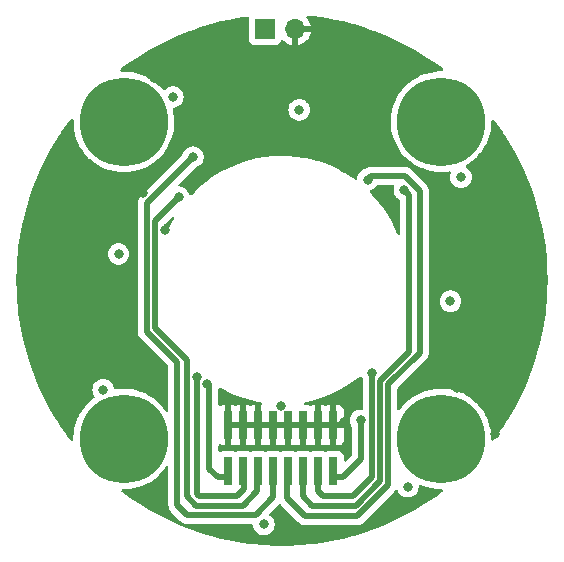
<source format=gbl>
%TF.GenerationSoftware,KiCad,Pcbnew,6.0.6-3a73a75311~116~ubuntu20.04.1*%
%TF.CreationDate,2022-09-22T10:25:09+01:00*%
%TF.ProjectId,UFOPulse,55464f50-756c-4736-952e-6b696361645f,rev?*%
%TF.SameCoordinates,Original*%
%TF.FileFunction,Copper,L4,Bot*%
%TF.FilePolarity,Positive*%
%FSLAX46Y46*%
G04 Gerber Fmt 4.6, Leading zero omitted, Abs format (unit mm)*
G04 Created by KiCad (PCBNEW 6.0.6-3a73a75311~116~ubuntu20.04.1) date 2022-09-22 10:25:09*
%MOMM*%
%LPD*%
G01*
G04 APERTURE LIST*
%TA.AperFunction,ComponentPad*%
%ADD10C,7.500000*%
%TD*%
%TA.AperFunction,SMDPad,CuDef*%
%ADD11R,0.740000X2.400000*%
%TD*%
%TA.AperFunction,ComponentPad*%
%ADD12R,1.700000X1.700000*%
%TD*%
%TA.AperFunction,ComponentPad*%
%ADD13O,1.700000X1.700000*%
%TD*%
%TA.AperFunction,ViaPad*%
%ADD14C,0.800000*%
%TD*%
%TA.AperFunction,Conductor*%
%ADD15C,0.500000*%
%TD*%
G04 APERTURE END LIST*
D10*
%TO.P,H4,1*%
%TO.N,N/C*%
X127130000Y-118570000D03*
%TD*%
%TO.P,H3,1*%
%TO.N,N/C*%
X154010000Y-118560000D03*
%TD*%
%TO.P,H2,1*%
%TO.N,N/C*%
X154010000Y-91700000D03*
%TD*%
%TO.P,H1,1*%
%TO.N,N/C*%
X127150000Y-91720000D03*
%TD*%
D11*
%TO.P,J9,1,Pin_1*%
%TO.N,GND*%
X136000000Y-117400000D03*
%TO.P,J9,2,Pin_2*%
%TO.N,TRIG0*%
X136000000Y-121300000D03*
%TO.P,J9,3,Pin_3*%
%TO.N,GND*%
X137270000Y-117400000D03*
%TO.P,J9,4,Pin_4*%
%TO.N,TRIG1*%
X137270000Y-121300000D03*
%TO.P,J9,5,Pin_5*%
%TO.N,GND*%
X138540000Y-117400000D03*
%TO.P,J9,6,Pin_6*%
%TO.N,TRIG2*%
X138540000Y-121300000D03*
%TO.P,J9,7,Pin_7*%
%TO.N,GND*%
X139810000Y-117400000D03*
%TO.P,J9,8,Pin_8*%
%TO.N,TRIG3*%
X139810000Y-121300000D03*
%TO.P,J9,9,Pin_9*%
%TO.N,GND*%
X141080000Y-117400000D03*
%TO.P,J9,10,Pin_10*%
%TO.N,TRIG4*%
X141080000Y-121300000D03*
%TO.P,J9,11,Pin_11*%
%TO.N,GND*%
X142350000Y-117400000D03*
%TO.P,J9,12,Pin_12*%
%TO.N,TRIG5*%
X142350000Y-121300000D03*
%TO.P,J9,13,Pin_13*%
%TO.N,GND*%
X143620000Y-117400000D03*
%TO.P,J9,14,Pin_14*%
%TO.N,TRIG6*%
X143620000Y-121300000D03*
%TO.P,J9,15,Pin_15*%
%TO.N,GND*%
X144890000Y-117400000D03*
%TO.P,J9,16,Pin_16*%
%TO.N,TRIG7*%
X144890000Y-121300000D03*
%TD*%
D12*
%TO.P,J10,1,Pin_1*%
%TO.N,VCC*%
X139105000Y-83870000D03*
D13*
%TO.P,J10,2,Pin_2*%
%TO.N,GND*%
X141645000Y-83870000D03*
%TD*%
D14*
%TO.N,GND*%
X158550000Y-118160000D03*
X120400000Y-106000000D03*
X118800000Y-104900000D03*
X161600000Y-103800000D03*
X140620000Y-94010000D03*
X122370000Y-93060000D03*
X121900000Y-104800000D03*
X145800000Y-117100000D03*
X133760000Y-93160000D03*
X151900000Y-86600000D03*
X130600000Y-85700000D03*
X130660000Y-100840000D03*
X128779312Y-97719312D03*
X159900000Y-95200000D03*
X140500000Y-92700000D03*
X157500000Y-94700000D03*
X161700000Y-105900000D03*
X150800000Y-95110000D03*
X143460000Y-93400000D03*
X159600000Y-105800000D03*
X122260000Y-95890000D03*
X132170000Y-93510000D03*
X129520000Y-124170000D03*
X159500000Y-103700000D03*
X128650000Y-123440000D03*
X140500000Y-126700000D03*
X148990000Y-98010000D03*
X148900000Y-85100000D03*
X128000000Y-87000000D03*
X150200000Y-124700000D03*
X156750000Y-114780000D03*
X130620000Y-95140000D03*
X153800000Y-106040000D03*
X121600000Y-114300000D03*
X155340000Y-114250000D03*
X160500000Y-96300000D03*
X129860000Y-113960000D03*
X158860000Y-116770000D03*
X123280000Y-115610000D03*
X149520000Y-94950000D03*
X129700000Y-88000000D03*
X146900000Y-114070000D03*
X140470000Y-115740000D03*
X139430000Y-89000000D03*
X122290000Y-117190000D03*
X120300000Y-103800000D03*
X141800000Y-126800000D03*
%TO.N,TRIG1*%
X133350000Y-113290000D03*
%TO.N,TRIG3*%
X133000000Y-94700000D03*
%TO.N,TRIG5*%
X150900000Y-97500000D03*
%TO.N,TRIG7*%
X147200000Y-117000000D03*
%TO.N,TRIG0*%
X134200000Y-113900000D03*
%TO.N,TRIG2*%
X131800000Y-98100000D03*
%TO.N,TRIG4*%
X147800000Y-96600000D03*
%TO.N,TRIG6*%
X148150000Y-112980000D03*
%TO.N,VCC*%
X155700000Y-96400000D03*
X151200000Y-122600000D03*
X154800000Y-106900000D03*
X125400000Y-114400000D03*
X139001042Y-125801040D03*
X131300000Y-89600000D03*
X142000000Y-90700000D03*
X126700000Y-102900000D03*
%TD*%
D15*
%TO.N,TRIG1*%
X137300000Y-122800000D02*
X137300000Y-121500000D01*
X133350000Y-113290000D02*
X133350000Y-123250000D01*
X133500000Y-123400000D02*
X136700000Y-123400000D01*
X133350000Y-123250000D02*
X133500000Y-123400000D01*
X136700000Y-123400000D02*
X137300000Y-122800000D01*
%TO.N,TRIG3*%
X129100000Y-98600000D02*
X133000000Y-94700000D01*
X132510000Y-125000000D02*
X131690000Y-124180000D01*
X129100000Y-109500000D02*
X129100000Y-98600000D01*
X131690000Y-112090000D02*
X129100000Y-109500000D01*
X131690000Y-124180000D02*
X131690000Y-112090000D01*
X138300000Y-125000000D02*
X132510000Y-125000000D01*
X139800000Y-123500000D02*
X138300000Y-125000000D01*
X139800000Y-121300000D02*
X139800000Y-123500000D01*
%TO.N,TRIG5*%
X146764964Y-124200000D02*
X148849520Y-122115444D01*
X142300000Y-123400000D02*
X143100000Y-124200000D01*
X151300000Y-97900000D02*
X150900000Y-97500000D01*
X148849520Y-113650480D02*
X151300000Y-111200000D01*
X151300000Y-111200000D02*
X151300000Y-97900000D01*
X143100000Y-124200000D02*
X146764964Y-124200000D01*
X142300000Y-121600000D02*
X142300000Y-123400000D01*
X148849520Y-122115444D02*
X148849520Y-113650480D01*
%TO.N,TRIG7*%
X147200000Y-120300000D02*
X147200000Y-117000000D01*
X145700000Y-121800000D02*
X147200000Y-120300000D01*
X144900000Y-121800000D02*
X145700000Y-121800000D01*
%TO.N,TRIG0*%
X134400000Y-114100000D02*
X134200000Y-113900000D01*
X136000000Y-121800000D02*
X135100000Y-121800000D01*
X135100000Y-121800000D02*
X134400000Y-121100000D01*
X134400000Y-121100000D02*
X134400000Y-114100000D01*
%TO.N,TRIG2*%
X138400000Y-123000000D02*
X137200000Y-124200000D01*
X129800000Y-100100000D02*
X131800000Y-98100000D01*
X129800000Y-109200000D02*
X129800000Y-100100000D01*
X132480000Y-123380000D02*
X132480000Y-111880000D01*
X138400000Y-121300000D02*
X138400000Y-123000000D01*
X133300000Y-124200000D02*
X132480000Y-123380000D01*
X132480000Y-111880000D02*
X129800000Y-109200000D01*
X137200000Y-124200000D02*
X133300000Y-124200000D01*
%TO.N,TRIG4*%
X150958002Y-96300000D02*
X148100000Y-96300000D01*
X142500000Y-125100000D02*
X146900000Y-125100000D01*
X149549040Y-122450960D02*
X149549040Y-113940923D01*
X141000000Y-123600000D02*
X142500000Y-125100000D01*
X146900000Y-125100000D02*
X149549040Y-122450960D01*
X148100000Y-96300000D02*
X147800000Y-96600000D01*
X149549040Y-113940923D02*
X152200000Y-111289963D01*
X152200000Y-97541998D02*
X150958002Y-96300000D01*
X152200000Y-111289963D02*
X152200000Y-97541998D01*
X141000000Y-121500000D02*
X141000000Y-123600000D01*
%TO.N,TRIG6*%
X144000000Y-123400000D02*
X143600000Y-123000000D01*
X143600000Y-121800000D02*
X143500000Y-121700000D01*
X143600000Y-123000000D02*
X143600000Y-121800000D01*
X146575002Y-123400000D02*
X144000000Y-123400000D01*
X148150000Y-112980000D02*
X148150000Y-121825002D01*
X148150000Y-121825002D02*
X146575002Y-123400000D01*
%TD*%
%TA.AperFunction,Conductor*%
%TO.N,GND*%
G36*
X130888960Y-120866374D02*
G01*
X130926745Y-120926481D01*
X130931500Y-120960769D01*
X130931500Y-124112930D01*
X130930067Y-124131880D01*
X130928181Y-124144279D01*
X130926801Y-124153349D01*
X130927394Y-124160641D01*
X130927394Y-124160644D01*
X130931085Y-124206018D01*
X130931500Y-124216233D01*
X130931500Y-124224293D01*
X130931925Y-124227937D01*
X130934789Y-124252507D01*
X130935222Y-124256882D01*
X130941140Y-124329637D01*
X130943396Y-124336601D01*
X130944587Y-124342560D01*
X130945971Y-124348415D01*
X130946818Y-124355681D01*
X130971735Y-124424327D01*
X130973152Y-124428455D01*
X130995649Y-124497899D01*
X130999445Y-124504154D01*
X131001951Y-124509628D01*
X131004670Y-124515058D01*
X131007167Y-124521937D01*
X131011180Y-124528057D01*
X131011180Y-124528058D01*
X131047186Y-124582976D01*
X131049523Y-124586680D01*
X131087405Y-124649107D01*
X131091121Y-124653315D01*
X131091122Y-124653316D01*
X131094803Y-124657484D01*
X131094776Y-124657508D01*
X131097429Y-124660500D01*
X131100132Y-124663733D01*
X131104144Y-124669852D01*
X131109456Y-124674884D01*
X131160383Y-124723128D01*
X131162825Y-124725506D01*
X131926230Y-125488911D01*
X131938616Y-125503323D01*
X131947149Y-125514918D01*
X131947154Y-125514923D01*
X131951492Y-125520818D01*
X131957070Y-125525557D01*
X131957073Y-125525560D01*
X131991768Y-125555035D01*
X131999284Y-125561965D01*
X132004979Y-125567660D01*
X132007861Y-125569940D01*
X132027251Y-125585281D01*
X132030655Y-125588072D01*
X132079557Y-125629617D01*
X132086285Y-125635333D01*
X132092801Y-125638661D01*
X132097850Y-125642028D01*
X132102979Y-125645195D01*
X132108716Y-125649734D01*
X132174875Y-125680655D01*
X132178769Y-125682558D01*
X132243808Y-125715769D01*
X132250916Y-125717508D01*
X132256559Y-125719607D01*
X132262322Y-125721524D01*
X132268950Y-125724622D01*
X132276112Y-125726112D01*
X132276113Y-125726112D01*
X132340412Y-125739486D01*
X132344696Y-125740456D01*
X132415610Y-125757808D01*
X132421212Y-125758156D01*
X132421215Y-125758156D01*
X132426764Y-125758500D01*
X132426762Y-125758536D01*
X132430755Y-125758775D01*
X132434947Y-125759149D01*
X132442115Y-125760640D01*
X132519520Y-125758546D01*
X132522928Y-125758500D01*
X137969616Y-125758500D01*
X138037737Y-125778502D01*
X138084230Y-125832158D01*
X138094925Y-125871328D01*
X138107500Y-125990968D01*
X138166515Y-126172596D01*
X138262002Y-126337984D01*
X138389789Y-126479906D01*
X138544290Y-126592158D01*
X138550318Y-126594842D01*
X138550320Y-126594843D01*
X138712723Y-126667149D01*
X138718754Y-126669834D01*
X138812155Y-126689687D01*
X138899098Y-126708168D01*
X138899103Y-126708168D01*
X138905555Y-126709540D01*
X139096529Y-126709540D01*
X139102981Y-126708168D01*
X139102986Y-126708168D01*
X139189929Y-126689687D01*
X139283330Y-126669834D01*
X139289361Y-126667149D01*
X139451764Y-126594843D01*
X139451766Y-126594842D01*
X139457794Y-126592158D01*
X139612295Y-126479906D01*
X139740082Y-126337984D01*
X139835569Y-126172596D01*
X139894584Y-125990968D01*
X139908552Y-125858075D01*
X139913856Y-125807605D01*
X139914546Y-125801040D01*
X139908123Y-125739931D01*
X139895274Y-125617675D01*
X139895274Y-125617673D01*
X139894584Y-125611112D01*
X139835569Y-125429484D01*
X139740082Y-125264096D01*
X139612295Y-125122174D01*
X139522101Y-125056644D01*
X139478748Y-125000421D01*
X139472673Y-124929685D01*
X139507068Y-124865613D01*
X140259992Y-124112689D01*
X140322304Y-124078663D01*
X140393119Y-124083728D01*
X140435739Y-124110310D01*
X140470382Y-124143127D01*
X140472825Y-124145506D01*
X141916230Y-125588911D01*
X141928616Y-125603323D01*
X141937149Y-125614918D01*
X141937154Y-125614923D01*
X141941492Y-125620818D01*
X141947070Y-125625557D01*
X141947073Y-125625560D01*
X141981768Y-125655035D01*
X141989284Y-125661965D01*
X141994979Y-125667660D01*
X141997861Y-125669940D01*
X142017251Y-125685281D01*
X142020655Y-125688072D01*
X142057774Y-125719607D01*
X142076285Y-125735333D01*
X142082801Y-125738661D01*
X142087850Y-125742028D01*
X142092979Y-125745195D01*
X142098716Y-125749734D01*
X142164875Y-125780655D01*
X142168769Y-125782558D01*
X142233808Y-125815769D01*
X142240916Y-125817508D01*
X142246559Y-125819607D01*
X142252322Y-125821524D01*
X142258950Y-125824622D01*
X142266112Y-125826112D01*
X142266113Y-125826112D01*
X142330412Y-125839486D01*
X142334696Y-125840456D01*
X142405610Y-125857808D01*
X142411212Y-125858156D01*
X142411215Y-125858156D01*
X142416764Y-125858500D01*
X142416762Y-125858536D01*
X142420755Y-125858775D01*
X142424947Y-125859149D01*
X142432115Y-125860640D01*
X142509520Y-125858546D01*
X142512928Y-125858500D01*
X146832930Y-125858500D01*
X146851880Y-125859933D01*
X146866115Y-125862099D01*
X146866119Y-125862099D01*
X146873349Y-125863199D01*
X146880641Y-125862606D01*
X146880644Y-125862606D01*
X146926018Y-125858915D01*
X146936233Y-125858500D01*
X146944293Y-125858500D01*
X146961680Y-125856473D01*
X146972507Y-125855211D01*
X146976882Y-125854778D01*
X147042339Y-125849454D01*
X147042342Y-125849453D01*
X147049637Y-125848860D01*
X147056601Y-125846604D01*
X147062560Y-125845413D01*
X147068415Y-125844029D01*
X147075681Y-125843182D01*
X147144327Y-125818265D01*
X147148455Y-125816848D01*
X147210936Y-125796607D01*
X147210938Y-125796606D01*
X147217899Y-125794351D01*
X147224154Y-125790555D01*
X147229628Y-125788049D01*
X147235058Y-125785330D01*
X147241937Y-125782833D01*
X147276089Y-125760442D01*
X147302976Y-125742814D01*
X147306680Y-125740477D01*
X147369107Y-125702595D01*
X147377484Y-125695197D01*
X147377508Y-125695224D01*
X147380500Y-125692571D01*
X147383733Y-125689868D01*
X147389852Y-125685856D01*
X147443128Y-125629617D01*
X147445506Y-125627175D01*
X150037951Y-123034730D01*
X150052363Y-123022344D01*
X150063958Y-123013811D01*
X150063963Y-123013806D01*
X150069858Y-123009468D01*
X150074597Y-123003890D01*
X150074600Y-123003887D01*
X150104075Y-122969192D01*
X150111005Y-122961676D01*
X150116700Y-122955981D01*
X150134321Y-122933709D01*
X150137113Y-122930303D01*
X150146485Y-122919272D01*
X150205835Y-122880309D01*
X150276828Y-122879618D01*
X150336925Y-122917419D01*
X150362339Y-122961912D01*
X150365473Y-122971556D01*
X150368776Y-122977278D01*
X150368777Y-122977279D01*
X150398053Y-123027986D01*
X150460960Y-123136944D01*
X150588747Y-123278866D01*
X150743248Y-123391118D01*
X150749276Y-123393802D01*
X150749278Y-123393803D01*
X150911681Y-123466109D01*
X150917712Y-123468794D01*
X151011113Y-123488647D01*
X151098056Y-123507128D01*
X151098061Y-123507128D01*
X151104513Y-123508500D01*
X151295487Y-123508500D01*
X151301939Y-123507128D01*
X151301944Y-123507128D01*
X151388887Y-123488647D01*
X151482288Y-123468794D01*
X151488319Y-123466109D01*
X151650722Y-123393803D01*
X151650724Y-123393802D01*
X151656752Y-123391118D01*
X151811253Y-123278866D01*
X151939040Y-123136944D01*
X152001947Y-123027986D01*
X152031223Y-122977279D01*
X152031224Y-122977278D01*
X152034527Y-122971556D01*
X152093542Y-122789928D01*
X152096874Y-122758232D01*
X152112814Y-122606565D01*
X152113504Y-122600000D01*
X152111768Y-122583484D01*
X152124540Y-122513647D01*
X152173041Y-122461800D01*
X152241874Y-122444405D01*
X152288929Y-122455477D01*
X152440564Y-122523943D01*
X152820569Y-122654048D01*
X152823443Y-122654738D01*
X152823450Y-122654740D01*
X153208253Y-122747123D01*
X153208257Y-122747124D01*
X153211132Y-122747814D01*
X153214065Y-122748231D01*
X153214068Y-122748232D01*
X153281396Y-122757814D01*
X153608785Y-122804408D01*
X153927661Y-122819446D01*
X153988944Y-122822336D01*
X154010000Y-122823329D01*
X154012969Y-122823189D01*
X154012973Y-122823189D01*
X154031070Y-122822336D01*
X154100056Y-122839108D01*
X154149024Y-122890515D01*
X154162425Y-122960236D01*
X154136006Y-123026133D01*
X154111066Y-123050129D01*
X153538520Y-123466109D01*
X153382997Y-123579103D01*
X153378663Y-123582115D01*
X152598399Y-124100521D01*
X152593965Y-124103335D01*
X152057129Y-124428455D01*
X151792678Y-124588612D01*
X151788108Y-124591251D01*
X150967194Y-125042551D01*
X150962517Y-125044996D01*
X150123441Y-125461518D01*
X150118666Y-125463765D01*
X149262877Y-125844786D01*
X149258012Y-125846831D01*
X148386996Y-126191691D01*
X148382072Y-126193522D01*
X148048684Y-126309619D01*
X147497413Y-126501592D01*
X147492394Y-126503223D01*
X146595593Y-126773983D01*
X146590510Y-126775402D01*
X145683191Y-127008362D01*
X145678053Y-127009568D01*
X145135758Y-127124837D01*
X144761721Y-127204341D01*
X144756548Y-127205327D01*
X143832867Y-127361556D01*
X143827663Y-127362324D01*
X143284953Y-127430884D01*
X142898289Y-127479731D01*
X142893040Y-127480283D01*
X142217392Y-127537019D01*
X141959531Y-127558672D01*
X141954273Y-127559003D01*
X141148772Y-127592763D01*
X141018335Y-127598230D01*
X141013059Y-127598341D01*
X140076263Y-127598341D01*
X140070987Y-127598230D01*
X139940550Y-127592763D01*
X139135049Y-127559003D01*
X139129791Y-127558672D01*
X138871930Y-127537019D01*
X138196282Y-127480283D01*
X138191033Y-127479731D01*
X137804369Y-127430884D01*
X137261659Y-127362324D01*
X137256455Y-127361556D01*
X136332774Y-127205327D01*
X136327601Y-127204341D01*
X135953564Y-127124837D01*
X135411269Y-127009568D01*
X135406131Y-127008362D01*
X134498812Y-126775402D01*
X134493729Y-126773983D01*
X133596928Y-126503223D01*
X133591909Y-126501592D01*
X133040638Y-126309619D01*
X132707250Y-126193522D01*
X132702326Y-126191691D01*
X131831310Y-125846831D01*
X131826445Y-125844786D01*
X130970656Y-125463765D01*
X130965881Y-125461518D01*
X130126805Y-125044996D01*
X130122128Y-125042551D01*
X129301214Y-124591251D01*
X129296644Y-124588612D01*
X129032193Y-124428455D01*
X128495357Y-124103335D01*
X128490923Y-124100521D01*
X127710659Y-123582115D01*
X127706325Y-123579103D01*
X126989461Y-123058270D01*
X126946107Y-123002048D01*
X126940032Y-122931312D01*
X126973163Y-122868520D01*
X127034983Y-122833608D01*
X127069457Y-122830474D01*
X127127031Y-122833189D01*
X127130000Y-122833329D01*
X127531215Y-122814408D01*
X127794687Y-122776911D01*
X127925932Y-122758232D01*
X127925935Y-122758231D01*
X127928868Y-122757814D01*
X127931743Y-122757124D01*
X127931747Y-122757123D01*
X128316550Y-122664740D01*
X128316557Y-122664738D01*
X128319431Y-122664048D01*
X128699436Y-122533943D01*
X129065511Y-122368654D01*
X129068082Y-122367188D01*
X129068087Y-122367185D01*
X129238048Y-122270241D01*
X129414406Y-122169648D01*
X129743024Y-121938691D01*
X129757837Y-121926040D01*
X130046196Y-121679758D01*
X130048450Y-121677833D01*
X130116780Y-121607321D01*
X130325898Y-121391529D01*
X130325906Y-121391520D01*
X130327970Y-121389390D01*
X130337844Y-121377066D01*
X130497368Y-121177947D01*
X130579106Y-121075922D01*
X130610905Y-121027512D01*
X130700188Y-120891592D01*
X130754306Y-120845638D01*
X130824677Y-120836237D01*
X130888960Y-120866374D01*
G37*
%TD.AperFunction*%
%TA.AperFunction,Conductor*%
G36*
X147257331Y-113292775D02*
G01*
X147310035Y-113340344D01*
X147314718Y-113349232D01*
X147315473Y-113351556D01*
X147318772Y-113357271D01*
X147318773Y-113357272D01*
X147374619Y-113453999D01*
X147391500Y-113516999D01*
X147391500Y-115965500D01*
X147371498Y-116033621D01*
X147317842Y-116080114D01*
X147265500Y-116091500D01*
X147104513Y-116091500D01*
X147098061Y-116092872D01*
X147098056Y-116092872D01*
X147011113Y-116111353D01*
X146917712Y-116131206D01*
X146911682Y-116133891D01*
X146911681Y-116133891D01*
X146749278Y-116206197D01*
X146749276Y-116206198D01*
X146743248Y-116208882D01*
X146588747Y-116321134D01*
X146460960Y-116463056D01*
X146365473Y-116628444D01*
X146306458Y-116810072D01*
X146286496Y-117000000D01*
X146287186Y-117006565D01*
X146301225Y-117140135D01*
X146306458Y-117189928D01*
X146365473Y-117371556D01*
X146368776Y-117377278D01*
X146368777Y-117377279D01*
X146424619Y-117473999D01*
X146441500Y-117536999D01*
X146441500Y-119933629D01*
X146421498Y-120001750D01*
X146404595Y-120022724D01*
X145983595Y-120443724D01*
X145921283Y-120477750D01*
X145850468Y-120472685D01*
X145793632Y-120430138D01*
X145768821Y-120363618D01*
X145768500Y-120354629D01*
X145768500Y-120051866D01*
X145761745Y-119989684D01*
X145710615Y-119853295D01*
X145623261Y-119736739D01*
X145506705Y-119649385D01*
X145370316Y-119598255D01*
X145308134Y-119591500D01*
X144471866Y-119591500D01*
X144409684Y-119598255D01*
X144402288Y-119601027D01*
X144402282Y-119601029D01*
X144299229Y-119639662D01*
X144228422Y-119644845D01*
X144210771Y-119639662D01*
X144107718Y-119601029D01*
X144107712Y-119601027D01*
X144100316Y-119598255D01*
X144038134Y-119591500D01*
X143201866Y-119591500D01*
X143139684Y-119598255D01*
X143132288Y-119601027D01*
X143132282Y-119601029D01*
X143029229Y-119639662D01*
X142958422Y-119644845D01*
X142940771Y-119639662D01*
X142837718Y-119601029D01*
X142837712Y-119601027D01*
X142830316Y-119598255D01*
X142768134Y-119591500D01*
X141931866Y-119591500D01*
X141869684Y-119598255D01*
X141862288Y-119601027D01*
X141862282Y-119601029D01*
X141759229Y-119639662D01*
X141688422Y-119644845D01*
X141670771Y-119639662D01*
X141567718Y-119601029D01*
X141567712Y-119601027D01*
X141560316Y-119598255D01*
X141498134Y-119591500D01*
X140661866Y-119591500D01*
X140599684Y-119598255D01*
X140592288Y-119601027D01*
X140592282Y-119601029D01*
X140489229Y-119639662D01*
X140418422Y-119644845D01*
X140400771Y-119639662D01*
X140297718Y-119601029D01*
X140297712Y-119601027D01*
X140290316Y-119598255D01*
X140228134Y-119591500D01*
X139391866Y-119591500D01*
X139329684Y-119598255D01*
X139322288Y-119601027D01*
X139322282Y-119601029D01*
X139219229Y-119639662D01*
X139148422Y-119644845D01*
X139130771Y-119639662D01*
X139027718Y-119601029D01*
X139027712Y-119601027D01*
X139020316Y-119598255D01*
X138958134Y-119591500D01*
X138121866Y-119591500D01*
X138059684Y-119598255D01*
X138052288Y-119601027D01*
X138052282Y-119601029D01*
X137949229Y-119639662D01*
X137878422Y-119644845D01*
X137860771Y-119639662D01*
X137757718Y-119601029D01*
X137757712Y-119601027D01*
X137750316Y-119598255D01*
X137688134Y-119591500D01*
X136851866Y-119591500D01*
X136789684Y-119598255D01*
X136782288Y-119601027D01*
X136782282Y-119601029D01*
X136679229Y-119639662D01*
X136608422Y-119644845D01*
X136590771Y-119639662D01*
X136487718Y-119601029D01*
X136487712Y-119601027D01*
X136480316Y-119598255D01*
X136418134Y-119591500D01*
X135581866Y-119591500D01*
X135519684Y-119598255D01*
X135383295Y-119649385D01*
X135360065Y-119666795D01*
X135293559Y-119691643D01*
X135224176Y-119676590D01*
X135173946Y-119626416D01*
X135158500Y-119565969D01*
X135158500Y-119133406D01*
X135178502Y-119065285D01*
X135232158Y-119018792D01*
X135302432Y-119008688D01*
X135360065Y-119032580D01*
X135376351Y-119044786D01*
X135391946Y-119053324D01*
X135512394Y-119098478D01*
X135527649Y-119102105D01*
X135578514Y-119107631D01*
X135585328Y-119108000D01*
X135727885Y-119108000D01*
X135743124Y-119103525D01*
X135744329Y-119102135D01*
X135746000Y-119094452D01*
X135746000Y-119089884D01*
X136254000Y-119089884D01*
X136258475Y-119105123D01*
X136259865Y-119106328D01*
X136267548Y-119107999D01*
X136414669Y-119107999D01*
X136421490Y-119107629D01*
X136472352Y-119102105D01*
X136487606Y-119098478D01*
X136590771Y-119059804D01*
X136661578Y-119054621D01*
X136679229Y-119059804D01*
X136782391Y-119098478D01*
X136797649Y-119102105D01*
X136848514Y-119107631D01*
X136855328Y-119108000D01*
X136997885Y-119108000D01*
X137013124Y-119103525D01*
X137014329Y-119102135D01*
X137016000Y-119094452D01*
X137016000Y-119089884D01*
X137524000Y-119089884D01*
X137528475Y-119105123D01*
X137529865Y-119106328D01*
X137537548Y-119107999D01*
X137684669Y-119107999D01*
X137691490Y-119107629D01*
X137742352Y-119102105D01*
X137757606Y-119098478D01*
X137860771Y-119059804D01*
X137931578Y-119054621D01*
X137949229Y-119059804D01*
X138052391Y-119098478D01*
X138067649Y-119102105D01*
X138118514Y-119107631D01*
X138125328Y-119108000D01*
X138267885Y-119108000D01*
X138283124Y-119103525D01*
X138284329Y-119102135D01*
X138286000Y-119094452D01*
X138286000Y-119089884D01*
X138794000Y-119089884D01*
X138798475Y-119105123D01*
X138799865Y-119106328D01*
X138807548Y-119107999D01*
X138954669Y-119107999D01*
X138961490Y-119107629D01*
X139012352Y-119102105D01*
X139027606Y-119098478D01*
X139130771Y-119059804D01*
X139201578Y-119054621D01*
X139219229Y-119059804D01*
X139322391Y-119098478D01*
X139337649Y-119102105D01*
X139388514Y-119107631D01*
X139395328Y-119108000D01*
X139537885Y-119108000D01*
X139553124Y-119103525D01*
X139554329Y-119102135D01*
X139556000Y-119094452D01*
X139556000Y-119089884D01*
X140064000Y-119089884D01*
X140068475Y-119105123D01*
X140069865Y-119106328D01*
X140077548Y-119107999D01*
X140224669Y-119107999D01*
X140231490Y-119107629D01*
X140282352Y-119102105D01*
X140297606Y-119098478D01*
X140400771Y-119059804D01*
X140471578Y-119054621D01*
X140489229Y-119059804D01*
X140592391Y-119098478D01*
X140607649Y-119102105D01*
X140658514Y-119107631D01*
X140665328Y-119108000D01*
X140807885Y-119108000D01*
X140823124Y-119103525D01*
X140824329Y-119102135D01*
X140826000Y-119094452D01*
X140826000Y-119089884D01*
X141334000Y-119089884D01*
X141338475Y-119105123D01*
X141339865Y-119106328D01*
X141347548Y-119107999D01*
X141494669Y-119107999D01*
X141501490Y-119107629D01*
X141552352Y-119102105D01*
X141567606Y-119098478D01*
X141670771Y-119059804D01*
X141741578Y-119054621D01*
X141759229Y-119059804D01*
X141862391Y-119098478D01*
X141877649Y-119102105D01*
X141928514Y-119107631D01*
X141935328Y-119108000D01*
X142077885Y-119108000D01*
X142093124Y-119103525D01*
X142094329Y-119102135D01*
X142096000Y-119094452D01*
X142096000Y-119089884D01*
X142604000Y-119089884D01*
X142608475Y-119105123D01*
X142609865Y-119106328D01*
X142617548Y-119107999D01*
X142764669Y-119107999D01*
X142771490Y-119107629D01*
X142822352Y-119102105D01*
X142837606Y-119098478D01*
X142940771Y-119059804D01*
X143011578Y-119054621D01*
X143029229Y-119059804D01*
X143132391Y-119098478D01*
X143147649Y-119102105D01*
X143198514Y-119107631D01*
X143205328Y-119108000D01*
X143347885Y-119108000D01*
X143363124Y-119103525D01*
X143364329Y-119102135D01*
X143366000Y-119094452D01*
X143366000Y-119089884D01*
X143874000Y-119089884D01*
X143878475Y-119105123D01*
X143879865Y-119106328D01*
X143887548Y-119107999D01*
X144034669Y-119107999D01*
X144041490Y-119107629D01*
X144092352Y-119102105D01*
X144107606Y-119098478D01*
X144210771Y-119059804D01*
X144281578Y-119054621D01*
X144299229Y-119059804D01*
X144402391Y-119098478D01*
X144417649Y-119102105D01*
X144468514Y-119107631D01*
X144475328Y-119108000D01*
X144617885Y-119108000D01*
X144633124Y-119103525D01*
X144634329Y-119102135D01*
X144636000Y-119094452D01*
X144636000Y-119089884D01*
X145144000Y-119089884D01*
X145148475Y-119105123D01*
X145149865Y-119106328D01*
X145157548Y-119107999D01*
X145304669Y-119107999D01*
X145311490Y-119107629D01*
X145362352Y-119102105D01*
X145377604Y-119098479D01*
X145498054Y-119053324D01*
X145513649Y-119044786D01*
X145615724Y-118968285D01*
X145628285Y-118955724D01*
X145704786Y-118853649D01*
X145713324Y-118838054D01*
X145758478Y-118717606D01*
X145762105Y-118702351D01*
X145767631Y-118651486D01*
X145768000Y-118644672D01*
X145768000Y-117672115D01*
X145763525Y-117656876D01*
X145762135Y-117655671D01*
X145754452Y-117654000D01*
X145162115Y-117654000D01*
X145146876Y-117658475D01*
X145145671Y-117659865D01*
X145144000Y-117667548D01*
X145144000Y-119089884D01*
X144636000Y-119089884D01*
X144636000Y-117672115D01*
X144631525Y-117656876D01*
X144630135Y-117655671D01*
X144622452Y-117654000D01*
X143892115Y-117654000D01*
X143876876Y-117658475D01*
X143875671Y-117659865D01*
X143874000Y-117667548D01*
X143874000Y-119089884D01*
X143366000Y-119089884D01*
X143366000Y-117672115D01*
X143361525Y-117656876D01*
X143360135Y-117655671D01*
X143352452Y-117654000D01*
X142622115Y-117654000D01*
X142606876Y-117658475D01*
X142605671Y-117659865D01*
X142604000Y-117667548D01*
X142604000Y-119089884D01*
X142096000Y-119089884D01*
X142096000Y-117672115D01*
X142091525Y-117656876D01*
X142090135Y-117655671D01*
X142082452Y-117654000D01*
X141352115Y-117654000D01*
X141336876Y-117658475D01*
X141335671Y-117659865D01*
X141334000Y-117667548D01*
X141334000Y-119089884D01*
X140826000Y-119089884D01*
X140826000Y-117672115D01*
X140821525Y-117656876D01*
X140820135Y-117655671D01*
X140812452Y-117654000D01*
X140082115Y-117654000D01*
X140066876Y-117658475D01*
X140065671Y-117659865D01*
X140064000Y-117667548D01*
X140064000Y-119089884D01*
X139556000Y-119089884D01*
X139556000Y-117672115D01*
X139551525Y-117656876D01*
X139550135Y-117655671D01*
X139542452Y-117654000D01*
X138812115Y-117654000D01*
X138796876Y-117658475D01*
X138795671Y-117659865D01*
X138794000Y-117667548D01*
X138794000Y-119089884D01*
X138286000Y-119089884D01*
X138286000Y-117672115D01*
X138281525Y-117656876D01*
X138280135Y-117655671D01*
X138272452Y-117654000D01*
X137542115Y-117654000D01*
X137526876Y-117658475D01*
X137525671Y-117659865D01*
X137524000Y-117667548D01*
X137524000Y-119089884D01*
X137016000Y-119089884D01*
X137016000Y-117672115D01*
X137011525Y-117656876D01*
X137010135Y-117655671D01*
X137002452Y-117654000D01*
X136272115Y-117654000D01*
X136256876Y-117658475D01*
X136255671Y-117659865D01*
X136254000Y-117667548D01*
X136254000Y-119089884D01*
X135746000Y-119089884D01*
X135746000Y-117127885D01*
X136254000Y-117127885D01*
X136258475Y-117143124D01*
X136259865Y-117144329D01*
X136267548Y-117146000D01*
X136997885Y-117146000D01*
X137013124Y-117141525D01*
X137014329Y-117140135D01*
X137016000Y-117132452D01*
X137016000Y-117127885D01*
X137524000Y-117127885D01*
X137528475Y-117143124D01*
X137529865Y-117144329D01*
X137537548Y-117146000D01*
X138267885Y-117146000D01*
X138283124Y-117141525D01*
X138284329Y-117140135D01*
X138286000Y-117132452D01*
X138286000Y-115710116D01*
X138281525Y-115694877D01*
X138280135Y-115693672D01*
X138272452Y-115692001D01*
X138125331Y-115692001D01*
X138118510Y-115692371D01*
X138067648Y-115697895D01*
X138052394Y-115701522D01*
X137949229Y-115740196D01*
X137878422Y-115745379D01*
X137860771Y-115740196D01*
X137757609Y-115701522D01*
X137742351Y-115697895D01*
X137691486Y-115692369D01*
X137684672Y-115692000D01*
X137542115Y-115692000D01*
X137526876Y-115696475D01*
X137525671Y-115697865D01*
X137524000Y-115705548D01*
X137524000Y-117127885D01*
X137016000Y-117127885D01*
X137016000Y-115710116D01*
X137011525Y-115694877D01*
X137010135Y-115693672D01*
X137002452Y-115692001D01*
X136855331Y-115692001D01*
X136848510Y-115692371D01*
X136797648Y-115697895D01*
X136782394Y-115701522D01*
X136679229Y-115740196D01*
X136608422Y-115745379D01*
X136590771Y-115740196D01*
X136487609Y-115701522D01*
X136472351Y-115697895D01*
X136421486Y-115692369D01*
X136414672Y-115692000D01*
X136272115Y-115692000D01*
X136256876Y-115696475D01*
X136255671Y-115697865D01*
X136254000Y-115705548D01*
X136254000Y-117127885D01*
X135746000Y-117127885D01*
X135746000Y-115710116D01*
X135741525Y-115694877D01*
X135740135Y-115693672D01*
X135732452Y-115692001D01*
X135585331Y-115692001D01*
X135578510Y-115692371D01*
X135527648Y-115697895D01*
X135512396Y-115701521D01*
X135391946Y-115746676D01*
X135376351Y-115755214D01*
X135360065Y-115767420D01*
X135293558Y-115792268D01*
X135224176Y-115777215D01*
X135173946Y-115727041D01*
X135158500Y-115666594D01*
X135158500Y-114355027D01*
X135178502Y-114286906D01*
X135232158Y-114240413D01*
X135302432Y-114230309D01*
X135347976Y-114246184D01*
X135524552Y-114349160D01*
X135528060Y-114351206D01*
X136101470Y-114640228D01*
X136691456Y-114893706D01*
X137295815Y-115110693D01*
X137297670Y-115111234D01*
X137297671Y-115111234D01*
X137309274Y-115114616D01*
X137912295Y-115290381D01*
X138538593Y-115432098D01*
X138540477Y-115432405D01*
X138540483Y-115432406D01*
X138603323Y-115442640D01*
X138742900Y-115465371D01*
X138806919Y-115496063D01*
X138844183Y-115556494D01*
X138842859Y-115627479D01*
X138817871Y-115672245D01*
X138795671Y-115697865D01*
X138794000Y-115705548D01*
X138794000Y-117127885D01*
X138798475Y-117143124D01*
X138799865Y-117144329D01*
X138807548Y-117146000D01*
X143347885Y-117146000D01*
X143363124Y-117141525D01*
X143364329Y-117140135D01*
X143366000Y-117132452D01*
X143366000Y-117127885D01*
X143874000Y-117127885D01*
X143878475Y-117143124D01*
X143879865Y-117144329D01*
X143887548Y-117146000D01*
X144617885Y-117146000D01*
X144633124Y-117141525D01*
X144634329Y-117140135D01*
X144636000Y-117132452D01*
X144636000Y-117127885D01*
X145144000Y-117127885D01*
X145148475Y-117143124D01*
X145149865Y-117144329D01*
X145157548Y-117146000D01*
X145749884Y-117146000D01*
X145765123Y-117141525D01*
X145766328Y-117140135D01*
X145767999Y-117132452D01*
X145767999Y-116155331D01*
X145767629Y-116148510D01*
X145762105Y-116097648D01*
X145758479Y-116082396D01*
X145713324Y-115961946D01*
X145704786Y-115946351D01*
X145628285Y-115844276D01*
X145615724Y-115831715D01*
X145513649Y-115755214D01*
X145498054Y-115746676D01*
X145377606Y-115701522D01*
X145362351Y-115697895D01*
X145311486Y-115692369D01*
X145304672Y-115692000D01*
X145162115Y-115692000D01*
X145146876Y-115696475D01*
X145145671Y-115697865D01*
X145144000Y-115705548D01*
X145144000Y-117127885D01*
X144636000Y-117127885D01*
X144636000Y-115710116D01*
X144631525Y-115694877D01*
X144630135Y-115693672D01*
X144622452Y-115692001D01*
X144475331Y-115692001D01*
X144468510Y-115692371D01*
X144417648Y-115697895D01*
X144402394Y-115701522D01*
X144299229Y-115740196D01*
X144228422Y-115745379D01*
X144210771Y-115740196D01*
X144107609Y-115701522D01*
X144092351Y-115697895D01*
X144041486Y-115692369D01*
X144034672Y-115692000D01*
X143892115Y-115692000D01*
X143876876Y-115696475D01*
X143875671Y-115697865D01*
X143874000Y-115705548D01*
X143874000Y-117127885D01*
X143366000Y-117127885D01*
X143366000Y-115710116D01*
X143361525Y-115694877D01*
X143360135Y-115693672D01*
X143352452Y-115692001D01*
X143205331Y-115692001D01*
X143198510Y-115692371D01*
X143147648Y-115697895D01*
X143132394Y-115701522D01*
X143029229Y-115740196D01*
X142958422Y-115745379D01*
X142940771Y-115740196D01*
X142837609Y-115701522D01*
X142822351Y-115697895D01*
X142771486Y-115692369D01*
X142764672Y-115692000D01*
X142506048Y-115692000D01*
X142437927Y-115671998D01*
X142391434Y-115618342D01*
X142381330Y-115548068D01*
X142410824Y-115483488D01*
X142470550Y-115445104D01*
X142480382Y-115442642D01*
X142669953Y-115403211D01*
X142997098Y-115335165D01*
X142997114Y-115335161D01*
X142998985Y-115334772D01*
X143618507Y-115165871D01*
X144226561Y-114959464D01*
X144820881Y-114716321D01*
X145399248Y-114437350D01*
X145959506Y-114123591D01*
X146499564Y-113776213D01*
X147017409Y-113396514D01*
X147122114Y-113309431D01*
X147187276Y-113281252D01*
X147257331Y-113292775D01*
G37*
%TD.AperFunction*%
%TA.AperFunction,Conductor*%
G36*
X142739299Y-82730357D02*
G01*
X142893040Y-82743267D01*
X142898289Y-82743819D01*
X143284953Y-82792666D01*
X143827663Y-82861226D01*
X143832867Y-82861994D01*
X144756548Y-83018223D01*
X144761721Y-83019209D01*
X145014670Y-83072975D01*
X145678053Y-83213982D01*
X145683191Y-83215188D01*
X146590510Y-83448148D01*
X146595593Y-83449567D01*
X147492394Y-83720327D01*
X147497413Y-83721958D01*
X148027395Y-83906517D01*
X148382072Y-84030028D01*
X148386996Y-84031859D01*
X149143380Y-84331333D01*
X149258012Y-84376719D01*
X149262877Y-84378764D01*
X150118666Y-84759785D01*
X150123441Y-84762032D01*
X150962517Y-85178554D01*
X150967194Y-85180999D01*
X151788108Y-85632299D01*
X151792678Y-85634938D01*
X152593965Y-86120215D01*
X152598399Y-86123029D01*
X152951711Y-86357769D01*
X153378663Y-86641435D01*
X153382997Y-86644447D01*
X154140865Y-87195071D01*
X154145060Y-87198255D01*
X154169203Y-87217390D01*
X154210164Y-87275377D01*
X154213273Y-87346306D01*
X154177541Y-87407655D01*
X154114314Y-87439948D01*
X154088959Y-87442119D01*
X154050000Y-87441507D01*
X153876086Y-87438775D01*
X153873142Y-87439007D01*
X153873132Y-87439007D01*
X153504544Y-87468016D01*
X153475663Y-87470289D01*
X153079984Y-87539346D01*
X153077117Y-87540130D01*
X153077105Y-87540133D01*
X152695423Y-87644549D01*
X152695413Y-87644552D01*
X152692559Y-87645333D01*
X152689795Y-87646377D01*
X152689784Y-87646381D01*
X152319601Y-87786262D01*
X152316828Y-87787310D01*
X151956126Y-87964016D01*
X151613654Y-88173883D01*
X151292452Y-88415049D01*
X150995371Y-88685371D01*
X150725049Y-88982452D01*
X150483883Y-89303654D01*
X150274016Y-89646126D01*
X150097310Y-90006828D01*
X150096263Y-90009598D01*
X150096262Y-90009601D01*
X149956381Y-90379784D01*
X149956377Y-90379795D01*
X149955333Y-90382559D01*
X149954552Y-90385413D01*
X149954549Y-90385423D01*
X149850133Y-90767105D01*
X149850130Y-90767117D01*
X149849346Y-90769984D01*
X149780289Y-91165663D01*
X149780057Y-91168611D01*
X149749158Y-91561221D01*
X149748775Y-91566086D01*
X149751154Y-91717529D01*
X149753856Y-91889496D01*
X149755084Y-91967697D01*
X149799160Y-92366932D01*
X149799762Y-92369841D01*
X149799764Y-92369851D01*
X149880008Y-92757337D01*
X149880611Y-92760247D01*
X149998716Y-93144151D01*
X150152425Y-93515237D01*
X150340374Y-93870211D01*
X150341999Y-93872685D01*
X150342005Y-93872695D01*
X150439511Y-94021134D01*
X150560894Y-94205922D01*
X150654468Y-94322721D01*
X150794321Y-94497285D01*
X150812030Y-94519390D01*
X150814094Y-94521520D01*
X150814102Y-94521529D01*
X150987641Y-94700607D01*
X151091550Y-94807833D01*
X151093804Y-94809758D01*
X151392972Y-95065271D01*
X151396976Y-95068691D01*
X151725594Y-95299648D01*
X151839506Y-95364622D01*
X152071913Y-95497185D01*
X152071918Y-95497188D01*
X152074489Y-95498654D01*
X152440564Y-95663943D01*
X152820569Y-95794048D01*
X152823443Y-95794738D01*
X152823450Y-95794740D01*
X153208253Y-95887123D01*
X153208257Y-95887124D01*
X153211132Y-95887814D01*
X153214065Y-95888231D01*
X153214068Y-95888232D01*
X153345313Y-95906911D01*
X153608785Y-95944408D01*
X154010000Y-95963329D01*
X154411215Y-95944408D01*
X154574748Y-95921134D01*
X154716108Y-95901016D01*
X154786367Y-95911220D01*
X154839956Y-95957790D01*
X154859861Y-96025939D01*
X154853694Y-96064695D01*
X154806458Y-96210072D01*
X154805768Y-96216633D01*
X154805768Y-96216635D01*
X154802809Y-96244792D01*
X154786496Y-96400000D01*
X154787186Y-96406565D01*
X154804310Y-96569487D01*
X154806458Y-96589928D01*
X154865473Y-96771556D01*
X154960960Y-96936944D01*
X154965378Y-96941851D01*
X154965379Y-96941852D01*
X155075804Y-97064491D01*
X155088747Y-97078866D01*
X155243248Y-97191118D01*
X155249276Y-97193802D01*
X155249278Y-97193803D01*
X155339318Y-97233891D01*
X155417712Y-97268794D01*
X155483365Y-97282749D01*
X155598056Y-97307128D01*
X155598061Y-97307128D01*
X155604513Y-97308500D01*
X155795487Y-97308500D01*
X155801939Y-97307128D01*
X155801944Y-97307128D01*
X155916635Y-97282749D01*
X155982288Y-97268794D01*
X156060682Y-97233891D01*
X156150722Y-97193803D01*
X156150724Y-97193802D01*
X156156752Y-97191118D01*
X156311253Y-97078866D01*
X156324196Y-97064491D01*
X156434621Y-96941852D01*
X156434622Y-96941851D01*
X156439040Y-96936944D01*
X156534527Y-96771556D01*
X156593542Y-96589928D01*
X156595691Y-96569487D01*
X156612814Y-96406565D01*
X156613504Y-96400000D01*
X156597191Y-96244792D01*
X156594232Y-96216635D01*
X156594232Y-96216633D01*
X156593542Y-96210072D01*
X156534527Y-96028444D01*
X156439040Y-95863056D01*
X156386177Y-95804345D01*
X156315675Y-95726045D01*
X156315674Y-95726044D01*
X156311253Y-95721134D01*
X156173679Y-95621180D01*
X156162094Y-95612763D01*
X156162093Y-95612762D01*
X156156752Y-95608882D01*
X156150720Y-95606196D01*
X156145187Y-95603002D01*
X156096194Y-95551620D01*
X156082757Y-95481906D01*
X156109144Y-95415995D01*
X156145759Y-95384436D01*
X156291822Y-95301123D01*
X156291839Y-95301112D01*
X156294406Y-95299648D01*
X156623024Y-95068691D01*
X156627029Y-95065271D01*
X156926196Y-94809758D01*
X156928450Y-94807833D01*
X157032359Y-94700607D01*
X157205898Y-94521529D01*
X157205906Y-94521520D01*
X157207970Y-94519390D01*
X157225680Y-94497285D01*
X157365532Y-94322721D01*
X157459106Y-94205922D01*
X157580489Y-94021134D01*
X157677995Y-93872695D01*
X157678001Y-93872685D01*
X157679626Y-93870211D01*
X157867575Y-93515237D01*
X158021284Y-93144151D01*
X158139389Y-92760247D01*
X158139992Y-92757337D01*
X158220236Y-92369851D01*
X158220238Y-92369841D01*
X158220840Y-92366932D01*
X158262980Y-91985231D01*
X158264645Y-91970153D01*
X158264645Y-91970149D01*
X158264916Y-91967697D01*
X158264993Y-91965244D01*
X158264994Y-91965231D01*
X158273251Y-91702468D01*
X158273329Y-91700000D01*
X158271120Y-91653149D01*
X158287891Y-91584162D01*
X158339298Y-91535194D01*
X158409018Y-91521791D01*
X158474916Y-91548210D01*
X158497340Y-91571033D01*
X158739066Y-91889496D01*
X158742166Y-91893763D01*
X159220488Y-92581977D01*
X159276810Y-92663014D01*
X159279720Y-92667395D01*
X159351338Y-92780247D01*
X159781668Y-93458339D01*
X159784402Y-93462853D01*
X160252788Y-94274120D01*
X160255331Y-94278745D01*
X160689343Y-95108934D01*
X160691689Y-95113661D01*
X161090539Y-95961259D01*
X161092686Y-95966080D01*
X161121543Y-96034729D01*
X161443376Y-96800337D01*
X161455704Y-96829665D01*
X161457640Y-96834555D01*
X161778085Y-97696206D01*
X161784186Y-97712610D01*
X161785918Y-97717584D01*
X161848461Y-97910072D01*
X162075391Y-98608491D01*
X162076916Y-98613543D01*
X162328841Y-99515837D01*
X162330149Y-99520931D01*
X162424260Y-99922173D01*
X162544065Y-100432964D01*
X162545162Y-100438126D01*
X162720696Y-101358308D01*
X162721576Y-101363512D01*
X162858420Y-102290217D01*
X162859082Y-102295452D01*
X162957005Y-103227125D01*
X162957445Y-103232368D01*
X162979489Y-103582749D01*
X163016265Y-104167295D01*
X163016486Y-104172568D01*
X163036105Y-105109136D01*
X163036105Y-105114414D01*
X163016486Y-106050982D01*
X163016265Y-106056255D01*
X162962769Y-106906565D01*
X162957446Y-106991166D01*
X162957006Y-106996410D01*
X162927486Y-107277279D01*
X162859082Y-107928098D01*
X162858420Y-107933333D01*
X162721576Y-108860038D01*
X162720696Y-108865242D01*
X162545162Y-109785424D01*
X162544065Y-109790586D01*
X162484832Y-110043128D01*
X162371054Y-110528224D01*
X162330154Y-110702601D01*
X162328841Y-110707713D01*
X162076916Y-111610007D01*
X162075391Y-111615059D01*
X161785921Y-112505956D01*
X161784189Y-112510930D01*
X161470263Y-113355055D01*
X161457647Y-113388978D01*
X161455711Y-113393868D01*
X161256079Y-113868774D01*
X161092686Y-114257470D01*
X161090539Y-114262291D01*
X160691689Y-115109889D01*
X160689343Y-115114616D01*
X160255331Y-115944805D01*
X160252788Y-115949430D01*
X159784402Y-116760697D01*
X159781668Y-116765211D01*
X159548610Y-117132452D01*
X159313303Y-117503238D01*
X159279730Y-117556140D01*
X159276820Y-117560521D01*
X158863061Y-118155843D01*
X158742168Y-118329785D01*
X158739066Y-118334054D01*
X158499323Y-118649904D01*
X158442205Y-118692071D01*
X158371357Y-118696664D01*
X158309273Y-118662225D01*
X158275664Y-118599687D01*
X158273022Y-118569766D01*
X158273251Y-118562467D01*
X158273329Y-118560000D01*
X158254408Y-118158785D01*
X158197814Y-117761132D01*
X158176443Y-117672115D01*
X158104740Y-117373450D01*
X158104738Y-117373443D01*
X158104048Y-117370569D01*
X157973943Y-116990564D01*
X157808654Y-116624489D01*
X157745399Y-116513590D01*
X157703138Y-116439500D01*
X157609648Y-116275594D01*
X157378691Y-115946976D01*
X157202085Y-115740196D01*
X157143838Y-115671998D01*
X157117833Y-115641550D01*
X156967702Y-115496063D01*
X156831529Y-115364102D01*
X156831520Y-115364094D01*
X156829390Y-115362030D01*
X156515922Y-115110894D01*
X156413907Y-115043883D01*
X156182695Y-114892005D01*
X156182685Y-114891999D01*
X156180211Y-114890374D01*
X155825237Y-114702425D01*
X155454151Y-114548716D01*
X155105590Y-114441484D01*
X155073085Y-114431484D01*
X155073083Y-114431484D01*
X155070247Y-114430611D01*
X155067344Y-114430010D01*
X155067337Y-114430008D01*
X154679851Y-114349764D01*
X154679841Y-114349762D01*
X154676932Y-114349160D01*
X154277697Y-114305084D01*
X154274716Y-114305037D01*
X154274713Y-114305037D01*
X154162454Y-114303274D01*
X153876086Y-114298775D01*
X153873142Y-114299007D01*
X153873132Y-114299007D01*
X153488775Y-114329257D01*
X153475663Y-114330289D01*
X153079984Y-114399346D01*
X153077117Y-114400130D01*
X153077105Y-114400133D01*
X152695423Y-114504549D01*
X152695413Y-114504552D01*
X152692559Y-114505333D01*
X152689795Y-114506377D01*
X152689784Y-114506381D01*
X152333556Y-114640989D01*
X152316828Y-114647310D01*
X152314161Y-114648617D01*
X152314160Y-114648617D01*
X152076040Y-114765271D01*
X151956126Y-114824016D01*
X151953591Y-114825569D01*
X151953590Y-114825570D01*
X151842402Y-114893706D01*
X151613654Y-115033883D01*
X151292452Y-115275049D01*
X150995371Y-115545371D01*
X150725049Y-115842452D01*
X150640759Y-115954716D01*
X150534300Y-116096505D01*
X150477404Y-116138970D01*
X150406581Y-116143934D01*
X150344317Y-116109820D01*
X150310381Y-116047459D01*
X150307540Y-116020852D01*
X150307540Y-114307294D01*
X150327542Y-114239173D01*
X150344445Y-114218199D01*
X152688911Y-111873733D01*
X152703323Y-111861347D01*
X152714918Y-111852814D01*
X152714923Y-111852809D01*
X152720818Y-111848471D01*
X152725557Y-111842893D01*
X152725560Y-111842890D01*
X152755035Y-111808195D01*
X152761965Y-111800679D01*
X152767661Y-111794983D01*
X152769924Y-111792122D01*
X152769929Y-111792117D01*
X152785285Y-111772707D01*
X152788074Y-111769305D01*
X152830596Y-111719254D01*
X152830597Y-111719253D01*
X152835333Y-111713678D01*
X152838661Y-111707161D01*
X152842027Y-111702113D01*
X152845190Y-111696991D01*
X152849735Y-111691247D01*
X152880664Y-111625068D01*
X152882563Y-111621184D01*
X152915769Y-111556155D01*
X152917510Y-111549040D01*
X152919613Y-111543385D01*
X152921522Y-111537646D01*
X152924622Y-111531013D01*
X152939491Y-111459528D01*
X152940461Y-111455245D01*
X152957808Y-111384353D01*
X152958500Y-111373199D01*
X152958535Y-111373201D01*
X152958775Y-111369229D01*
X152959152Y-111365008D01*
X152960641Y-111357848D01*
X152958546Y-111280421D01*
X152958500Y-111277013D01*
X152958500Y-106900000D01*
X153886496Y-106900000D01*
X153887186Y-106906565D01*
X153896631Y-106996425D01*
X153906458Y-107089928D01*
X153965473Y-107271556D01*
X154060960Y-107436944D01*
X154065378Y-107441851D01*
X154065379Y-107441852D01*
X154184325Y-107573955D01*
X154188747Y-107578866D01*
X154343248Y-107691118D01*
X154349276Y-107693802D01*
X154349278Y-107693803D01*
X154511681Y-107766109D01*
X154517712Y-107768794D01*
X154611112Y-107788647D01*
X154698056Y-107807128D01*
X154698061Y-107807128D01*
X154704513Y-107808500D01*
X154895487Y-107808500D01*
X154901939Y-107807128D01*
X154901944Y-107807128D01*
X154988887Y-107788647D01*
X155082288Y-107768794D01*
X155088319Y-107766109D01*
X155250722Y-107693803D01*
X155250724Y-107693802D01*
X155256752Y-107691118D01*
X155411253Y-107578866D01*
X155415675Y-107573955D01*
X155534621Y-107441852D01*
X155534622Y-107441851D01*
X155539040Y-107436944D01*
X155634527Y-107271556D01*
X155693542Y-107089928D01*
X155703370Y-106996425D01*
X155712814Y-106906565D01*
X155713504Y-106900000D01*
X155693542Y-106710072D01*
X155634527Y-106528444D01*
X155539040Y-106363056D01*
X155411253Y-106221134D01*
X155256752Y-106108882D01*
X155250724Y-106106198D01*
X155250722Y-106106197D01*
X155088319Y-106033891D01*
X155088318Y-106033891D01*
X155082288Y-106031206D01*
X154988888Y-106011353D01*
X154901944Y-105992872D01*
X154901939Y-105992872D01*
X154895487Y-105991500D01*
X154704513Y-105991500D01*
X154698061Y-105992872D01*
X154698056Y-105992872D01*
X154611112Y-106011353D01*
X154517712Y-106031206D01*
X154511682Y-106033891D01*
X154511681Y-106033891D01*
X154349278Y-106106197D01*
X154349276Y-106106198D01*
X154343248Y-106108882D01*
X154188747Y-106221134D01*
X154060960Y-106363056D01*
X153965473Y-106528444D01*
X153906458Y-106710072D01*
X153886496Y-106900000D01*
X152958500Y-106900000D01*
X152958500Y-97609061D01*
X152959933Y-97590112D01*
X152962097Y-97575884D01*
X152963198Y-97568649D01*
X152961893Y-97552595D01*
X152958915Y-97515989D01*
X152958500Y-97505775D01*
X152958500Y-97497705D01*
X152958078Y-97494085D01*
X152958077Y-97494067D01*
X152955208Y-97469459D01*
X152954775Y-97465084D01*
X152949454Y-97399659D01*
X152949453Y-97399656D01*
X152948860Y-97392361D01*
X152946604Y-97385397D01*
X152945413Y-97379438D01*
X152944029Y-97373583D01*
X152943182Y-97366317D01*
X152918265Y-97297671D01*
X152916848Y-97293543D01*
X152896607Y-97231062D01*
X152896606Y-97231060D01*
X152894351Y-97224099D01*
X152890555Y-97217844D01*
X152888049Y-97212370D01*
X152885330Y-97206940D01*
X152882833Y-97200061D01*
X152842809Y-97139014D01*
X152840472Y-97135310D01*
X152838560Y-97132158D01*
X152828229Y-97115133D01*
X152805509Y-97077691D01*
X152805505Y-97077686D01*
X152802595Y-97072890D01*
X152795197Y-97064514D01*
X152795223Y-97064491D01*
X152792574Y-97061501D01*
X152789866Y-97058262D01*
X152785856Y-97052146D01*
X152780549Y-97047119D01*
X152780546Y-97047115D01*
X152729617Y-96998870D01*
X152727175Y-96996492D01*
X151541772Y-95811089D01*
X151529386Y-95796677D01*
X151520853Y-95785082D01*
X151520848Y-95785077D01*
X151516510Y-95779182D01*
X151510932Y-95774443D01*
X151510929Y-95774440D01*
X151476234Y-95744965D01*
X151468718Y-95738035D01*
X151463023Y-95732340D01*
X151443951Y-95717251D01*
X151440751Y-95714719D01*
X151437347Y-95711928D01*
X151387299Y-95669409D01*
X151387297Y-95669408D01*
X151381717Y-95664667D01*
X151375201Y-95661339D01*
X151370152Y-95657972D01*
X151365023Y-95654805D01*
X151359286Y-95650266D01*
X151293127Y-95619345D01*
X151289227Y-95617439D01*
X151224194Y-95584231D01*
X151217086Y-95582492D01*
X151211443Y-95580393D01*
X151205680Y-95578476D01*
X151199052Y-95575378D01*
X151127585Y-95560513D01*
X151123301Y-95559543D01*
X151103047Y-95554587D01*
X151052392Y-95542192D01*
X151046790Y-95541844D01*
X151046787Y-95541844D01*
X151041238Y-95541500D01*
X151041240Y-95541464D01*
X151037247Y-95541225D01*
X151033055Y-95540851D01*
X151025887Y-95539360D01*
X150962122Y-95541085D01*
X150948481Y-95541454D01*
X150945074Y-95541500D01*
X148167070Y-95541500D01*
X148148120Y-95540067D01*
X148133885Y-95537901D01*
X148133881Y-95537901D01*
X148126651Y-95536801D01*
X148119359Y-95537394D01*
X148119356Y-95537394D01*
X148073982Y-95541085D01*
X148063767Y-95541500D01*
X148055707Y-95541500D01*
X148042417Y-95543049D01*
X148027493Y-95544789D01*
X148023118Y-95545222D01*
X147957661Y-95550546D01*
X147957658Y-95550547D01*
X147950363Y-95551140D01*
X147943399Y-95553396D01*
X147937440Y-95554587D01*
X147931585Y-95555971D01*
X147924319Y-95556818D01*
X147855673Y-95581735D01*
X147851545Y-95583152D01*
X147789064Y-95603393D01*
X147789062Y-95603394D01*
X147782101Y-95605649D01*
X147775846Y-95609445D01*
X147770372Y-95611951D01*
X147764942Y-95614670D01*
X147758063Y-95617167D01*
X147751943Y-95621180D01*
X147751942Y-95621180D01*
X147697024Y-95657186D01*
X147693320Y-95659523D01*
X147630894Y-95697405D01*
X147630579Y-95696886D01*
X147586869Y-95716506D01*
X147517712Y-95731206D01*
X147502374Y-95738035D01*
X147349278Y-95806197D01*
X147349276Y-95806198D01*
X147343248Y-95808882D01*
X147337907Y-95812762D01*
X147337906Y-95812763D01*
X147335185Y-95814740D01*
X147188747Y-95921134D01*
X147184326Y-95926044D01*
X147184325Y-95926045D01*
X147150881Y-95963189D01*
X147060960Y-96063056D01*
X146965473Y-96228444D01*
X146906458Y-96410072D01*
X146905768Y-96416633D01*
X146905768Y-96416635D01*
X146896604Y-96503830D01*
X146869591Y-96569487D01*
X146811370Y-96610117D01*
X146740425Y-96612820D01*
X146697679Y-96592918D01*
X146425294Y-96396829D01*
X146425292Y-96396828D01*
X146423727Y-96395701D01*
X146158641Y-96228444D01*
X145882294Y-96054082D01*
X145882288Y-96054079D01*
X145880658Y-96053050D01*
X145640207Y-95921134D01*
X145319351Y-95745106D01*
X145319349Y-95745105D01*
X145317683Y-95744191D01*
X144736903Y-95470278D01*
X144140485Y-95232331D01*
X143652920Y-95071556D01*
X143532475Y-95031839D01*
X143532471Y-95031838D01*
X143530652Y-95031238D01*
X143528812Y-95030754D01*
X143528800Y-95030750D01*
X143248973Y-94957078D01*
X142909681Y-94867750D01*
X142907795Y-94867375D01*
X142907787Y-94867373D01*
X142584617Y-94803091D01*
X142279887Y-94742476D01*
X142278000Y-94742219D01*
X142277987Y-94742217D01*
X141774919Y-94673753D01*
X141643619Y-94655884D01*
X141641713Y-94655742D01*
X141641700Y-94655741D01*
X141198274Y-94622789D01*
X141003253Y-94608297D01*
X140639118Y-94603530D01*
X140363107Y-94599916D01*
X140363097Y-94599916D01*
X140361175Y-94599891D01*
X140359265Y-94599983D01*
X140359250Y-94599983D01*
X139721692Y-94630608D01*
X139721684Y-94630609D01*
X139719782Y-94630700D01*
X139081467Y-94700607D01*
X138448609Y-94809351D01*
X137823571Y-94956528D01*
X137208683Y-95141588D01*
X137206894Y-95142248D01*
X137206885Y-95142251D01*
X136608055Y-95363171D01*
X136608043Y-95363176D01*
X136606240Y-95363841D01*
X136018489Y-95622458D01*
X135447622Y-95916474D01*
X134895770Y-96244792D01*
X134894168Y-96245883D01*
X134388870Y-96589928D01*
X134364990Y-96606187D01*
X133857262Y-96999312D01*
X133855814Y-97000582D01*
X133855809Y-97000586D01*
X133797016Y-97052146D01*
X133374481Y-97422699D01*
X133373113Y-97424056D01*
X133373111Y-97424057D01*
X133172139Y-97623283D01*
X132918448Y-97874769D01*
X132891212Y-97905285D01*
X132830928Y-97942787D01*
X132759940Y-97941745D01*
X132700783Y-97902488D01*
X132677376Y-97860319D01*
X132636569Y-97734729D01*
X132634527Y-97728444D01*
X132539040Y-97563056D01*
X132411253Y-97421134D01*
X132256752Y-97308882D01*
X132250724Y-97306198D01*
X132250722Y-97306197D01*
X132088319Y-97233891D01*
X132088318Y-97233891D01*
X132082288Y-97231206D01*
X131988888Y-97211353D01*
X131901944Y-97192872D01*
X131901939Y-97192872D01*
X131895487Y-97191500D01*
X131885371Y-97191500D01*
X131883413Y-97190925D01*
X131882318Y-97190810D01*
X131882339Y-97190610D01*
X131817250Y-97171498D01*
X131770757Y-97117842D01*
X131760653Y-97047568D01*
X131790147Y-96982988D01*
X131796276Y-96976405D01*
X133156331Y-95616350D01*
X133219228Y-95582199D01*
X133275824Y-95570169D01*
X133275833Y-95570166D01*
X133282288Y-95568794D01*
X133288319Y-95566109D01*
X133450722Y-95493803D01*
X133450724Y-95493802D01*
X133456752Y-95491118D01*
X133611253Y-95378866D01*
X133739040Y-95236944D01*
X133824634Y-95088691D01*
X133831223Y-95077279D01*
X133831224Y-95077278D01*
X133834527Y-95071556D01*
X133893542Y-94889928D01*
X133895822Y-94868241D01*
X133912814Y-94706565D01*
X133913504Y-94700000D01*
X133896848Y-94541529D01*
X133894232Y-94516635D01*
X133894232Y-94516633D01*
X133893542Y-94510072D01*
X133834527Y-94328444D01*
X133739040Y-94163056D01*
X133611253Y-94021134D01*
X133456752Y-93908882D01*
X133450724Y-93906198D01*
X133450722Y-93906197D01*
X133288319Y-93833891D01*
X133288318Y-93833891D01*
X133282288Y-93831206D01*
X133188888Y-93811353D01*
X133101944Y-93792872D01*
X133101939Y-93792872D01*
X133095487Y-93791500D01*
X132904513Y-93791500D01*
X132898061Y-93792872D01*
X132898056Y-93792872D01*
X132811112Y-93811353D01*
X132717712Y-93831206D01*
X132711682Y-93833891D01*
X132711681Y-93833891D01*
X132549278Y-93906197D01*
X132549276Y-93906198D01*
X132543248Y-93908882D01*
X132388747Y-94021134D01*
X132260960Y-94163056D01*
X132165473Y-94328444D01*
X132163431Y-94334729D01*
X132110613Y-94497285D01*
X132079875Y-94547444D01*
X128611089Y-98016230D01*
X128596677Y-98028616D01*
X128585082Y-98037149D01*
X128585077Y-98037154D01*
X128579182Y-98041492D01*
X128574443Y-98047070D01*
X128574440Y-98047073D01*
X128544965Y-98081768D01*
X128538035Y-98089284D01*
X128532340Y-98094979D01*
X128530060Y-98097861D01*
X128514719Y-98117251D01*
X128511928Y-98120655D01*
X128469409Y-98170703D01*
X128464667Y-98176285D01*
X128461339Y-98182801D01*
X128457972Y-98187850D01*
X128454805Y-98192979D01*
X128450266Y-98198716D01*
X128419345Y-98264875D01*
X128417442Y-98268769D01*
X128384231Y-98333808D01*
X128382492Y-98340916D01*
X128380393Y-98346559D01*
X128378476Y-98352322D01*
X128375378Y-98358950D01*
X128373888Y-98366112D01*
X128373888Y-98366113D01*
X128360514Y-98430412D01*
X128359544Y-98434696D01*
X128342192Y-98505610D01*
X128341500Y-98516764D01*
X128341464Y-98516762D01*
X128341225Y-98520755D01*
X128340851Y-98524947D01*
X128339360Y-98532115D01*
X128339558Y-98539432D01*
X128341454Y-98609521D01*
X128341500Y-98612928D01*
X128341500Y-109432930D01*
X128340067Y-109451880D01*
X128336801Y-109473349D01*
X128337394Y-109480641D01*
X128337394Y-109480644D01*
X128341085Y-109526018D01*
X128341500Y-109536233D01*
X128341500Y-109544293D01*
X128341925Y-109547937D01*
X128344789Y-109572507D01*
X128345222Y-109576882D01*
X128351140Y-109649637D01*
X128353396Y-109656601D01*
X128354587Y-109662560D01*
X128355971Y-109668415D01*
X128356818Y-109675681D01*
X128381735Y-109744327D01*
X128383152Y-109748455D01*
X128405649Y-109817899D01*
X128409445Y-109824154D01*
X128411951Y-109829628D01*
X128414670Y-109835058D01*
X128417167Y-109841937D01*
X128421180Y-109848057D01*
X128421180Y-109848058D01*
X128457186Y-109902976D01*
X128459523Y-109906680D01*
X128497405Y-109969107D01*
X128501121Y-109973315D01*
X128501122Y-109973316D01*
X128504803Y-109977484D01*
X128504776Y-109977508D01*
X128507429Y-109980500D01*
X128510132Y-109983733D01*
X128514144Y-109989852D01*
X128519456Y-109994884D01*
X128570383Y-110043128D01*
X128572825Y-110045506D01*
X130894595Y-112367276D01*
X130928621Y-112429588D01*
X130931500Y-112456371D01*
X130931500Y-116174392D01*
X130911498Y-116242513D01*
X130857842Y-116289006D01*
X130787568Y-116299110D01*
X130722988Y-116269616D01*
X130702413Y-116246843D01*
X130633304Y-116148510D01*
X130498691Y-115956976D01*
X130489617Y-115946351D01*
X130277390Y-115697865D01*
X130237833Y-115651550D01*
X130130521Y-115547558D01*
X129951529Y-115374102D01*
X129951520Y-115374094D01*
X129949390Y-115372030D01*
X129635922Y-115120894D01*
X129618215Y-115109263D01*
X129302695Y-114902005D01*
X129302685Y-114901999D01*
X129300211Y-114900374D01*
X128945237Y-114712425D01*
X128574151Y-114558716D01*
X128541646Y-114548716D01*
X128193085Y-114441484D01*
X128193083Y-114441484D01*
X128190247Y-114440611D01*
X128187344Y-114440010D01*
X128187337Y-114440008D01*
X127799851Y-114359764D01*
X127799841Y-114359762D01*
X127796932Y-114359160D01*
X127597314Y-114337122D01*
X127400659Y-114315411D01*
X127397697Y-114315084D01*
X127394716Y-114315037D01*
X127394713Y-114315037D01*
X127282454Y-114313274D01*
X126996086Y-114308775D01*
X126993142Y-114309007D01*
X126993132Y-114309007D01*
X126608775Y-114339257D01*
X126595663Y-114340289D01*
X126445297Y-114366532D01*
X126374753Y-114358540D01*
X126319727Y-114313676D01*
X126298325Y-114255579D01*
X126294232Y-114216636D01*
X126294232Y-114216635D01*
X126293542Y-114210072D01*
X126234527Y-114028444D01*
X126139040Y-113863056D01*
X126011253Y-113721134D01*
X125856752Y-113608882D01*
X125850724Y-113606198D01*
X125850722Y-113606197D01*
X125688319Y-113533891D01*
X125688318Y-113533891D01*
X125682288Y-113531206D01*
X125588888Y-113511353D01*
X125501944Y-113492872D01*
X125501939Y-113492872D01*
X125495487Y-113491500D01*
X125304513Y-113491500D01*
X125298061Y-113492872D01*
X125298056Y-113492872D01*
X125211112Y-113511353D01*
X125117712Y-113531206D01*
X125111682Y-113533891D01*
X125111681Y-113533891D01*
X124949278Y-113606197D01*
X124949276Y-113606198D01*
X124943248Y-113608882D01*
X124788747Y-113721134D01*
X124660960Y-113863056D01*
X124565473Y-114028444D01*
X124506458Y-114210072D01*
X124505768Y-114216633D01*
X124505768Y-114216635D01*
X124493847Y-114330057D01*
X124486496Y-114400000D01*
X124487186Y-114406565D01*
X124503297Y-114559849D01*
X124506458Y-114589928D01*
X124565473Y-114771556D01*
X124660960Y-114936944D01*
X124664668Y-114941062D01*
X124688394Y-115007557D01*
X124672315Y-115076709D01*
X124638253Y-115115512D01*
X124631085Y-115120894D01*
X124412452Y-115285049D01*
X124115371Y-115555371D01*
X123845049Y-115852452D01*
X123603883Y-116173654D01*
X123394016Y-116516126D01*
X123392704Y-116518805D01*
X123392703Y-116518806D01*
X123339604Y-116627194D01*
X123217310Y-116876828D01*
X123216263Y-116879598D01*
X123216262Y-116879601D01*
X123076381Y-117249784D01*
X123076377Y-117249795D01*
X123075333Y-117252559D01*
X123074552Y-117255413D01*
X123074549Y-117255423D01*
X122970133Y-117637105D01*
X122970130Y-117637117D01*
X122969346Y-117639984D01*
X122900289Y-118035663D01*
X122900057Y-118038611D01*
X122890831Y-118155843D01*
X122868775Y-118436086D01*
X122868822Y-118439058D01*
X122872059Y-118645146D01*
X122853130Y-118713572D01*
X122800211Y-118760902D01*
X122730104Y-118772109D01*
X122665068Y-118743634D01*
X122645712Y-118723304D01*
X122350256Y-118334054D01*
X122347154Y-118329785D01*
X122226261Y-118155843D01*
X121812502Y-117560521D01*
X121809592Y-117556140D01*
X121776020Y-117503238D01*
X121540712Y-117132452D01*
X121307654Y-116765211D01*
X121304920Y-116760697D01*
X120836534Y-115949430D01*
X120833991Y-115944805D01*
X120399979Y-115114616D01*
X120397633Y-115109889D01*
X119998783Y-114262291D01*
X119996636Y-114257470D01*
X119833243Y-113868774D01*
X119633611Y-113393868D01*
X119631675Y-113388978D01*
X119619060Y-113355055D01*
X119305133Y-112510930D01*
X119303401Y-112505956D01*
X119013931Y-111615059D01*
X119012406Y-111610007D01*
X118760481Y-110707713D01*
X118759168Y-110702601D01*
X118718269Y-110528224D01*
X118604490Y-110043128D01*
X118545257Y-109790586D01*
X118544160Y-109785424D01*
X118368626Y-108865242D01*
X118367746Y-108860038D01*
X118230902Y-107933333D01*
X118230240Y-107928098D01*
X118161836Y-107277279D01*
X118132316Y-106996410D01*
X118131876Y-106991166D01*
X118126554Y-106906565D01*
X118073057Y-106056255D01*
X118072836Y-106050982D01*
X118053217Y-105114414D01*
X118053217Y-105109136D01*
X118072836Y-104172568D01*
X118073057Y-104167295D01*
X118109833Y-103582749D01*
X118131877Y-103232368D01*
X118132317Y-103227125D01*
X118166699Y-102900000D01*
X125786496Y-102900000D01*
X125806458Y-103089928D01*
X125865473Y-103271556D01*
X125960960Y-103436944D01*
X126088747Y-103578866D01*
X126243248Y-103691118D01*
X126249276Y-103693802D01*
X126249278Y-103693803D01*
X126411681Y-103766109D01*
X126417712Y-103768794D01*
X126511112Y-103788647D01*
X126598056Y-103807128D01*
X126598061Y-103807128D01*
X126604513Y-103808500D01*
X126795487Y-103808500D01*
X126801939Y-103807128D01*
X126801944Y-103807128D01*
X126888888Y-103788647D01*
X126982288Y-103768794D01*
X126988319Y-103766109D01*
X127150722Y-103693803D01*
X127150724Y-103693802D01*
X127156752Y-103691118D01*
X127311253Y-103578866D01*
X127439040Y-103436944D01*
X127534527Y-103271556D01*
X127593542Y-103089928D01*
X127613504Y-102900000D01*
X127593542Y-102710072D01*
X127534527Y-102528444D01*
X127439040Y-102363056D01*
X127370501Y-102286935D01*
X127315675Y-102226045D01*
X127315674Y-102226044D01*
X127311253Y-102221134D01*
X127156752Y-102108882D01*
X127150724Y-102106198D01*
X127150722Y-102106197D01*
X126988319Y-102033891D01*
X126988318Y-102033891D01*
X126982288Y-102031206D01*
X126888888Y-102011353D01*
X126801944Y-101992872D01*
X126801939Y-101992872D01*
X126795487Y-101991500D01*
X126604513Y-101991500D01*
X126598061Y-101992872D01*
X126598056Y-101992872D01*
X126511112Y-102011353D01*
X126417712Y-102031206D01*
X126411682Y-102033891D01*
X126411681Y-102033891D01*
X126249278Y-102106197D01*
X126249276Y-102106198D01*
X126243248Y-102108882D01*
X126088747Y-102221134D01*
X126084326Y-102226044D01*
X126084325Y-102226045D01*
X126029500Y-102286935D01*
X125960960Y-102363056D01*
X125865473Y-102528444D01*
X125806458Y-102710072D01*
X125786496Y-102900000D01*
X118166699Y-102900000D01*
X118230240Y-102295452D01*
X118230902Y-102290217D01*
X118367746Y-101363512D01*
X118368626Y-101358308D01*
X118544160Y-100438126D01*
X118545257Y-100432964D01*
X118665062Y-99922173D01*
X118759173Y-99520931D01*
X118760481Y-99515837D01*
X119012406Y-98613543D01*
X119013931Y-98608491D01*
X119240861Y-97910072D01*
X119303404Y-97717584D01*
X119305136Y-97712610D01*
X119311237Y-97696206D01*
X119631682Y-96834555D01*
X119633618Y-96829665D01*
X119645947Y-96800337D01*
X119967779Y-96034729D01*
X119996636Y-95966080D01*
X119998783Y-95961259D01*
X120397633Y-95113661D01*
X120399979Y-95108934D01*
X120833991Y-94278745D01*
X120836534Y-94274120D01*
X121304920Y-93462853D01*
X121307654Y-93458339D01*
X121737984Y-92780247D01*
X121809602Y-92667395D01*
X121812512Y-92663014D01*
X121868835Y-92581977D01*
X122347156Y-91893763D01*
X122350256Y-91889496D01*
X122664757Y-91475156D01*
X122721875Y-91432989D01*
X122792723Y-91428396D01*
X122854807Y-91462835D01*
X122888416Y-91525373D01*
X122890732Y-91561220D01*
X122888775Y-91586086D01*
X122895084Y-91987697D01*
X122939160Y-92386932D01*
X122939762Y-92389841D01*
X122939764Y-92389851D01*
X123016469Y-92760247D01*
X123020611Y-92780247D01*
X123021484Y-92783083D01*
X123021484Y-92783085D01*
X123137845Y-93161320D01*
X123138716Y-93164151D01*
X123292425Y-93535237D01*
X123480374Y-93890211D01*
X123481999Y-93892685D01*
X123482005Y-93892695D01*
X123689280Y-94208242D01*
X123700894Y-94225922D01*
X123778445Y-94322721D01*
X123937721Y-94521529D01*
X123952030Y-94539390D01*
X123954094Y-94541520D01*
X123954102Y-94541529D01*
X124149196Y-94742850D01*
X124231550Y-94827833D01*
X124278287Y-94867750D01*
X124509555Y-95065271D01*
X124536976Y-95088691D01*
X124865594Y-95319648D01*
X124976222Y-95382749D01*
X125211913Y-95517185D01*
X125211918Y-95517188D01*
X125214489Y-95518654D01*
X125580564Y-95683943D01*
X125960569Y-95814048D01*
X125963443Y-95814738D01*
X125963450Y-95814740D01*
X126348253Y-95907123D01*
X126348257Y-95907124D01*
X126351132Y-95907814D01*
X126354065Y-95908231D01*
X126354068Y-95908232D01*
X126425998Y-95918469D01*
X126748785Y-95964408D01*
X127150000Y-95983329D01*
X127551215Y-95964408D01*
X127874002Y-95918469D01*
X127945932Y-95908232D01*
X127945935Y-95908231D01*
X127948868Y-95907814D01*
X127951743Y-95907124D01*
X127951747Y-95907123D01*
X128336550Y-95814740D01*
X128336557Y-95814738D01*
X128339431Y-95814048D01*
X128719436Y-95683943D01*
X129085511Y-95518654D01*
X129088082Y-95517188D01*
X129088087Y-95517185D01*
X129323778Y-95382749D01*
X129434406Y-95319648D01*
X129763024Y-95088691D01*
X129790446Y-95065271D01*
X130021713Y-94867750D01*
X130068450Y-94827833D01*
X130150804Y-94742850D01*
X130345898Y-94541529D01*
X130345906Y-94541520D01*
X130347970Y-94539390D01*
X130362280Y-94521529D01*
X130521555Y-94322721D01*
X130599106Y-94225922D01*
X130610720Y-94208242D01*
X130817995Y-93892695D01*
X130818001Y-93892685D01*
X130819626Y-93890211D01*
X131007575Y-93535237D01*
X131161284Y-93164151D01*
X131162155Y-93161320D01*
X131278516Y-92783085D01*
X131278516Y-92783083D01*
X131279389Y-92780247D01*
X131283531Y-92760247D01*
X131360236Y-92389851D01*
X131360238Y-92389841D01*
X131360840Y-92386932D01*
X131404916Y-91987697D01*
X131404993Y-91985244D01*
X131404994Y-91985231D01*
X131413251Y-91722468D01*
X131413329Y-91720000D01*
X131394408Y-91318785D01*
X131337814Y-90921132D01*
X131284725Y-90700000D01*
X141086496Y-90700000D01*
X141087186Y-90706565D01*
X141100184Y-90830230D01*
X141106458Y-90889928D01*
X141165473Y-91071556D01*
X141260960Y-91236944D01*
X141388747Y-91378866D01*
X141543248Y-91491118D01*
X141549276Y-91493802D01*
X141549278Y-91493803D01*
X141711681Y-91566109D01*
X141717712Y-91568794D01*
X141799064Y-91586086D01*
X141898056Y-91607128D01*
X141898061Y-91607128D01*
X141904513Y-91608500D01*
X142095487Y-91608500D01*
X142101939Y-91607128D01*
X142101944Y-91607128D01*
X142200936Y-91586086D01*
X142282288Y-91568794D01*
X142288319Y-91566109D01*
X142450722Y-91493803D01*
X142450724Y-91493802D01*
X142456752Y-91491118D01*
X142611253Y-91378866D01*
X142739040Y-91236944D01*
X142834527Y-91071556D01*
X142893542Y-90889928D01*
X142899817Y-90830230D01*
X142912814Y-90706565D01*
X142913504Y-90700000D01*
X142893542Y-90510072D01*
X142834527Y-90328444D01*
X142739040Y-90163056D01*
X142675147Y-90092095D01*
X142615675Y-90026045D01*
X142615674Y-90026044D01*
X142611253Y-90021134D01*
X142456752Y-89908882D01*
X142450724Y-89906198D01*
X142450722Y-89906197D01*
X142288319Y-89833891D01*
X142288318Y-89833891D01*
X142282288Y-89831206D01*
X142188888Y-89811353D01*
X142101944Y-89792872D01*
X142101939Y-89792872D01*
X142095487Y-89791500D01*
X141904513Y-89791500D01*
X141898061Y-89792872D01*
X141898056Y-89792872D01*
X141811112Y-89811353D01*
X141717712Y-89831206D01*
X141711682Y-89833891D01*
X141711681Y-89833891D01*
X141549278Y-89906197D01*
X141549276Y-89906198D01*
X141543248Y-89908882D01*
X141388747Y-90021134D01*
X141384326Y-90026044D01*
X141384325Y-90026045D01*
X141324854Y-90092095D01*
X141260960Y-90163056D01*
X141165473Y-90328444D01*
X141106458Y-90510072D01*
X141086496Y-90700000D01*
X131284725Y-90700000D01*
X131275985Y-90663596D01*
X131279532Y-90592689D01*
X131320852Y-90534955D01*
X131385335Y-90508873D01*
X131388885Y-90508500D01*
X131395487Y-90508500D01*
X131401939Y-90507128D01*
X131401944Y-90507128D01*
X131488887Y-90488647D01*
X131582288Y-90468794D01*
X131588319Y-90466109D01*
X131750722Y-90393803D01*
X131750724Y-90393802D01*
X131756752Y-90391118D01*
X131764591Y-90385423D01*
X131850892Y-90322721D01*
X131911253Y-90278866D01*
X132039040Y-90136944D01*
X132134527Y-89971556D01*
X132193542Y-89789928D01*
X132213504Y-89600000D01*
X132193542Y-89410072D01*
X132134527Y-89228444D01*
X132039040Y-89063056D01*
X131911253Y-88921134D01*
X131756752Y-88808882D01*
X131750724Y-88806198D01*
X131750722Y-88806197D01*
X131588319Y-88733891D01*
X131588318Y-88733891D01*
X131582288Y-88731206D01*
X131488887Y-88711353D01*
X131401944Y-88692872D01*
X131401939Y-88692872D01*
X131395487Y-88691500D01*
X131204513Y-88691500D01*
X131198061Y-88692872D01*
X131198056Y-88692872D01*
X131111112Y-88711353D01*
X131017712Y-88731206D01*
X131011682Y-88733891D01*
X131011681Y-88733891D01*
X130849278Y-88806197D01*
X130849276Y-88806198D01*
X130843248Y-88808882D01*
X130688747Y-88921134D01*
X130684326Y-88926044D01*
X130684325Y-88926045D01*
X130616154Y-89001757D01*
X130555708Y-89038997D01*
X130484725Y-89037645D01*
X130426708Y-88999278D01*
X130257833Y-88801550D01*
X130144270Y-88691500D01*
X129971529Y-88524102D01*
X129971520Y-88524094D01*
X129969390Y-88522030D01*
X129655922Y-88270894D01*
X129544286Y-88197563D01*
X129322695Y-88052005D01*
X129322685Y-88051999D01*
X129320211Y-88050374D01*
X128965237Y-87862425D01*
X128594151Y-87708716D01*
X128210247Y-87590611D01*
X128207344Y-87590010D01*
X128207337Y-87590008D01*
X127819851Y-87509764D01*
X127819841Y-87509762D01*
X127816932Y-87509160D01*
X127417697Y-87465084D01*
X127414716Y-87465037D01*
X127414713Y-87465037D01*
X127302454Y-87463274D01*
X127016086Y-87458775D01*
X126995649Y-87460383D01*
X126983555Y-87461335D01*
X126914075Y-87446739D01*
X126863516Y-87396896D01*
X126847930Y-87327631D01*
X126872266Y-87260936D01*
X126895403Y-87236980D01*
X126944262Y-87198255D01*
X126948457Y-87195071D01*
X127706325Y-86644447D01*
X127710659Y-86641435D01*
X128137611Y-86357769D01*
X128490923Y-86123029D01*
X128495357Y-86120215D01*
X129296645Y-85634938D01*
X129301215Y-85632299D01*
X130122128Y-85180999D01*
X130126805Y-85178554D01*
X130965881Y-84762032D01*
X130970656Y-84759785D01*
X131826445Y-84378764D01*
X131831310Y-84376719D01*
X131945942Y-84331333D01*
X132702326Y-84031859D01*
X132707250Y-84030028D01*
X133061927Y-83906517D01*
X133591909Y-83721958D01*
X133596928Y-83720327D01*
X134493729Y-83449567D01*
X134498812Y-83448148D01*
X135406131Y-83215188D01*
X135411269Y-83213982D01*
X136074652Y-83072975D01*
X136327601Y-83019209D01*
X136332774Y-83018223D01*
X137256455Y-82861994D01*
X137261659Y-82861226D01*
X137607147Y-82817580D01*
X137677238Y-82828886D01*
X137730089Y-82876292D01*
X137748921Y-82944745D01*
X137748202Y-82956190D01*
X137746968Y-82967557D01*
X137746500Y-82971866D01*
X137746500Y-84768134D01*
X137753255Y-84830316D01*
X137804385Y-84966705D01*
X137891739Y-85083261D01*
X138008295Y-85170615D01*
X138144684Y-85221745D01*
X138206866Y-85228500D01*
X140003134Y-85228500D01*
X140065316Y-85221745D01*
X140201705Y-85170615D01*
X140318261Y-85083261D01*
X140405615Y-84966705D01*
X140449798Y-84848848D01*
X140492440Y-84792084D01*
X140559001Y-84767384D01*
X140628350Y-84782592D01*
X140663017Y-84810580D01*
X140688218Y-84839673D01*
X140695580Y-84846883D01*
X140859434Y-84982916D01*
X140867881Y-84988831D01*
X141051756Y-85096279D01*
X141061042Y-85100729D01*
X141260001Y-85176703D01*
X141269899Y-85179579D01*
X141373250Y-85200606D01*
X141387299Y-85199410D01*
X141391000Y-85189065D01*
X141391000Y-85188517D01*
X141899000Y-85188517D01*
X141903064Y-85202359D01*
X141916478Y-85204393D01*
X141923184Y-85203534D01*
X141933262Y-85201392D01*
X142137255Y-85140191D01*
X142146842Y-85136433D01*
X142338095Y-85042739D01*
X142346945Y-85037464D01*
X142520328Y-84913792D01*
X142528200Y-84907139D01*
X142679052Y-84756812D01*
X142685730Y-84748965D01*
X142810003Y-84576020D01*
X142815313Y-84567183D01*
X142909670Y-84376267D01*
X142913469Y-84366672D01*
X142975377Y-84162910D01*
X142977555Y-84152837D01*
X142978986Y-84141962D01*
X142976775Y-84127778D01*
X142963617Y-84124000D01*
X141917115Y-84124000D01*
X141901876Y-84128475D01*
X141900671Y-84129865D01*
X141899000Y-84137548D01*
X141899000Y-85188517D01*
X141391000Y-85188517D01*
X141391000Y-83742000D01*
X141411002Y-83673879D01*
X141464658Y-83627386D01*
X141517000Y-83616000D01*
X142963344Y-83616000D01*
X142976875Y-83612027D01*
X142978180Y-83602947D01*
X142936214Y-83435875D01*
X142932894Y-83426124D01*
X142847972Y-83230814D01*
X142843105Y-83221739D01*
X142727426Y-83042926D01*
X142721136Y-83034757D01*
X142635563Y-82940715D01*
X142604511Y-82876869D01*
X142612905Y-82806371D01*
X142658082Y-82751602D01*
X142725697Y-82729952D01*
X142739299Y-82730357D01*
G37*
%TD.AperFunction*%
%TA.AperFunction,Conductor*%
G36*
X149982896Y-97078502D02*
G01*
X150029389Y-97132158D01*
X150039493Y-97202432D01*
X150034608Y-97223436D01*
X150006458Y-97310072D01*
X150005768Y-97316633D01*
X150005768Y-97316635D01*
X149994478Y-97424057D01*
X149986496Y-97500000D01*
X149987186Y-97506565D01*
X149992608Y-97558148D01*
X150006458Y-97689928D01*
X150065473Y-97871556D01*
X150160960Y-98036944D01*
X150165378Y-98041851D01*
X150165379Y-98041852D01*
X150281397Y-98170703D01*
X150288747Y-98178866D01*
X150316068Y-98198716D01*
X150412496Y-98268775D01*
X150443248Y-98291118D01*
X150449284Y-98293805D01*
X150449285Y-98293806D01*
X150466749Y-98301582D01*
X150520845Y-98347562D01*
X150541500Y-98416688D01*
X150541500Y-101150977D01*
X150521498Y-101219098D01*
X150467842Y-101265591D01*
X150397568Y-101275695D01*
X150332988Y-101246201D01*
X150299303Y-101199703D01*
X150112268Y-100753675D01*
X150112264Y-100753665D01*
X150111525Y-100751904D01*
X149827517Y-100175993D01*
X149826561Y-100174320D01*
X149509833Y-99620159D01*
X149509827Y-99620150D01*
X149508881Y-99618494D01*
X149507831Y-99616892D01*
X149157855Y-99083090D01*
X149157844Y-99083075D01*
X149156804Y-99081488D01*
X148971813Y-98833755D01*
X148773755Y-98568523D01*
X148773746Y-98568512D01*
X148772600Y-98566977D01*
X148357703Y-98076880D01*
X148323827Y-98041492D01*
X148166626Y-97877279D01*
X147983824Y-97686321D01*
X147951168Y-97623283D01*
X147957776Y-97552595D01*
X148001552Y-97496701D01*
X148048646Y-97475946D01*
X148075822Y-97470169D01*
X148075827Y-97470167D01*
X148082288Y-97468794D01*
X148109854Y-97456521D01*
X148250722Y-97393803D01*
X148250724Y-97393802D01*
X148256752Y-97391118D01*
X148411253Y-97278866D01*
X148420322Y-97268794D01*
X148534621Y-97141852D01*
X148534622Y-97141851D01*
X148539040Y-97136944D01*
X148547958Y-97121498D01*
X148599342Y-97072506D01*
X148657076Y-97058500D01*
X149914775Y-97058500D01*
X149982896Y-97078502D01*
G37*
%TD.AperFunction*%
%TA.AperFunction,Conductor*%
G36*
X131338095Y-99738752D02*
G01*
X131394931Y-99781299D01*
X131419742Y-99847819D01*
X131401782Y-99922173D01*
X131395203Y-99933015D01*
X131395195Y-99933030D01*
X131394189Y-99934687D01*
X131393284Y-99936408D01*
X131393279Y-99936416D01*
X131268112Y-100174320D01*
X131095203Y-100502967D01*
X131094407Y-100504733D01*
X131094407Y-100504734D01*
X130839552Y-101070491D01*
X130831467Y-101088438D01*
X130830796Y-101090209D01*
X130830789Y-101090226D01*
X130802327Y-101165352D01*
X130759488Y-101221967D01*
X130692841Y-101246435D01*
X130623545Y-101230986D01*
X130573603Y-101180525D01*
X130558500Y-101120711D01*
X130558500Y-100466371D01*
X130578502Y-100398250D01*
X130595405Y-100377276D01*
X131204968Y-99767713D01*
X131267280Y-99733687D01*
X131338095Y-99738752D01*
G37*
%TD.AperFunction*%
%TD*%
M02*

</source>
